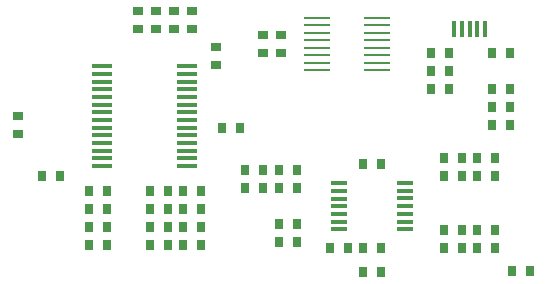
<source format=gbr>
G04 #@! TF.FileFunction,Paste,Top*
%FSLAX46Y46*%
G04 Gerber Fmt 4.6, Leading zero omitted, Abs format (unit mm)*
G04 Created by KiCad (PCBNEW 4.0.1-stable) date 6/14/2016 11:23:26 AM*
%MOMM*%
G01*
G04 APERTURE LIST*
%ADD10C,0.100000*%
%ADD11R,0.787400X0.863600*%
%ADD12R,0.863600X0.787400*%
%ADD13R,1.750000X0.400000*%
%ADD14R,2.200000X0.254000*%
%ADD15R,0.400000X1.350000*%
%ADD16R,1.397000X0.431800*%
G04 APERTURE END LIST*
D10*
D11*
X15113000Y12192000D03*
X16637000Y12192000D03*
X-7747000Y5842000D03*
X-6223000Y5842000D03*
X15113000Y9144000D03*
X16637000Y9144000D03*
X-1397000Y2286000D03*
X-2921000Y2286000D03*
X11430000Y12192000D03*
X9906000Y12192000D03*
X-17526000Y-1016000D03*
X-19050000Y-1016000D03*
D12*
X-4318000Y13716000D03*
X-4318000Y12192000D03*
X-25019000Y6858000D03*
X-25019000Y5334000D03*
D11*
X-1397000Y-3810000D03*
X-2921000Y-3810000D03*
X-2921000Y-2286000D03*
X-1397000Y-2286000D03*
X5715000Y-4318000D03*
X4191000Y-4318000D03*
X1397000Y-4318000D03*
X2921000Y-4318000D03*
X-19050000Y508000D03*
X-17526000Y508000D03*
X-1397000Y762000D03*
X-2921000Y762000D03*
X13843000Y-2794000D03*
X15367000Y-2794000D03*
X9906000Y9144000D03*
X11430000Y9144000D03*
X9906000Y10668000D03*
X11430000Y10668000D03*
X11049000Y3302000D03*
X12573000Y3302000D03*
X4191000Y-6350000D03*
X5715000Y-6350000D03*
D13*
X-17951000Y11083000D03*
X-17951000Y10433000D03*
X-17951000Y9783000D03*
X-17951000Y9133000D03*
X-17951000Y8483000D03*
X-17951000Y7833000D03*
X-17951000Y7183000D03*
X-17951000Y6533000D03*
X-17951000Y5883000D03*
X-17951000Y5233000D03*
X-17951000Y4583000D03*
X-17951000Y3933000D03*
X-17951000Y3283000D03*
X-17951000Y2633000D03*
X-10751000Y2633000D03*
X-10751000Y3283000D03*
X-10751000Y3933000D03*
X-10751000Y4583000D03*
X-10751000Y5233000D03*
X-10751000Y5883000D03*
X-10751000Y6533000D03*
X-10751000Y7183000D03*
X-10751000Y7833000D03*
X-10751000Y8483000D03*
X-10751000Y9133000D03*
X-10751000Y9783000D03*
X-10751000Y10433000D03*
X-10751000Y11083000D03*
D14*
X254000Y10731500D03*
X5334000Y10731500D03*
X254000Y11366500D03*
X5334000Y11366500D03*
X254000Y12001500D03*
X5334000Y12001500D03*
X254000Y12636500D03*
X5334000Y12636500D03*
X254000Y13271500D03*
X5334000Y13271500D03*
X254000Y13906500D03*
X5334000Y13906500D03*
X254000Y14541500D03*
X5334000Y14541500D03*
X254000Y15176500D03*
X5334000Y15176500D03*
D15*
X14508000Y14265000D03*
X13858000Y14265000D03*
X13208000Y14265000D03*
X12558000Y14265000D03*
X11908000Y14265000D03*
D11*
X4191000Y2794000D03*
X5715000Y2794000D03*
D12*
X-8255000Y12700000D03*
X-8255000Y11176000D03*
X-2794000Y13716000D03*
X-2794000Y12192000D03*
D11*
X13843000Y-4318000D03*
X15367000Y-4318000D03*
X11049000Y1778000D03*
X12573000Y1778000D03*
X11049000Y-4318000D03*
X12573000Y-4318000D03*
X13843000Y1778000D03*
X15367000Y1778000D03*
X11049000Y-2794000D03*
X12573000Y-2794000D03*
X13843000Y3302000D03*
X15367000Y3302000D03*
D16*
X2159000Y1168400D03*
X2159000Y533400D03*
X2159000Y-127000D03*
X2159000Y-762000D03*
X2159000Y-1422400D03*
X2159000Y-2070100D03*
X2159000Y-2717800D03*
X7747000Y-2717800D03*
X7747000Y-2070100D03*
X7747000Y-1422400D03*
X7747000Y-762000D03*
X7747000Y-114300D03*
X7747000Y533400D03*
X7747000Y1181100D03*
D11*
X-19050000Y-4064000D03*
X-17526000Y-4064000D03*
X-19050000Y-2540000D03*
X-17526000Y-2540000D03*
X15113000Y7620000D03*
X16637000Y7620000D03*
X15113000Y6096000D03*
X16637000Y6096000D03*
X16764000Y-6223000D03*
X18288000Y-6223000D03*
D12*
X-13335000Y14224000D03*
X-13335000Y15748000D03*
X-11811000Y14224000D03*
X-11811000Y15748000D03*
X-10287000Y14224000D03*
X-10287000Y15748000D03*
D11*
X-21463000Y1778000D03*
X-22987000Y1778000D03*
X-4318000Y2286000D03*
X-5842000Y2286000D03*
X-4318000Y762000D03*
X-5842000Y762000D03*
X-12319000Y-1016000D03*
X-13843000Y-1016000D03*
X-11049000Y-1016000D03*
X-9525000Y-1016000D03*
X-12319000Y-4064000D03*
X-13843000Y-4064000D03*
X-11049000Y-4064000D03*
X-9525000Y-4064000D03*
X-12319000Y508000D03*
X-13843000Y508000D03*
X-9525000Y508000D03*
X-11049000Y508000D03*
X-12319000Y-2540000D03*
X-13843000Y-2540000D03*
X-11049000Y-2540000D03*
X-9525000Y-2540000D03*
D12*
X-14859000Y15748000D03*
X-14859000Y14224000D03*
M02*

</source>
